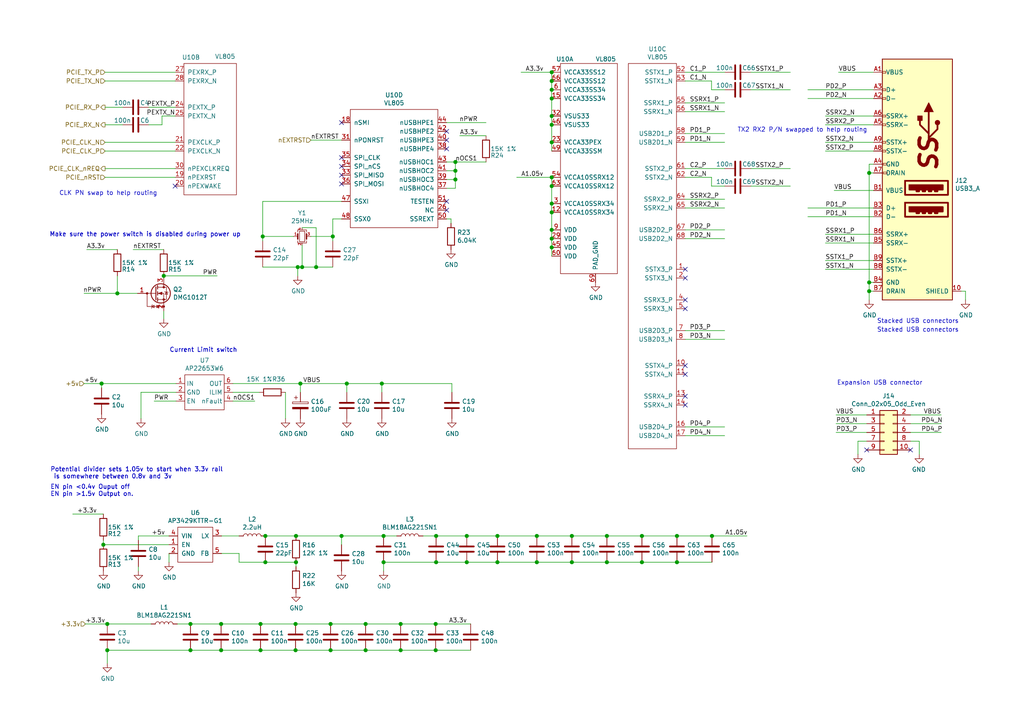
<source format=kicad_sch>
(kicad_sch (version 20211123) (generator eeschema)
  (paper "A4")
  (title_block (title "Compute Module 4 IO USB3 Board - PCIe USB3") (rev "1") (company "Copyright © 2020-2022 Raspberry Pi Ltd (formerly Raspberry Pi (Trading) Ltd.)") (comment 1 "www.raspberrypi.com"))
  (junction (at 160.02 33.655) (diameter 1.016))
  (junction (at 160.02 66.675) (diameter 1.016))
  (junction (at 95.885 188.595) (diameter 1.016))
  (junction (at 111.252 155.448) (diameter 1.016))
  (junction (at 55.245 180.975) (diameter 1.016))
  (junction (at 91.694 77.47) (diameter 1.016))
  (junction (at 160.02 26.035) (diameter 1.016))
  (junction (at 31.115 180.975) (diameter 1.016))
  (junction (at 252.095 81.915) (diameter 1.016))
  (junction (at 144.272 155.448) (diameter 1.016))
  (junction (at 126.492 155.448) (diameter 1.016))
  (junction (at 160.02 53.975) (diameter 1.016))
  (junction (at 132.08 46.99) (diameter 1.016))
  (junction (at 110.744 111.252) (diameter 1.016))
  (junction (at 29.972 157.988) (diameter 1.016))
  (junction (at 85.725 188.595) (diameter 1.016))
  (junction (at 100.584 111.252) (diameter 1.016))
  (junction (at 34.036 85.09) (diameter 1.016))
  (junction (at 160.02 41.275) (diameter 1.016))
  (junction (at 106.045 180.975) (diameter 1.016))
  (junction (at 126.492 163.068) (diameter 1.016))
  (junction (at 126.365 180.975) (diameter 1.016))
  (junction (at 176.022 163.068) (diameter 1.016))
  (junction (at 186.182 163.068) (diameter 1.016))
  (junction (at 160.02 61.595) (diameter 1.016))
  (junction (at 135.382 163.068) (diameter 1.016))
  (junction (at 99.06 155.448) (diameter 1.016))
  (junction (at 132.08 52.07) (diameter 1.016))
  (junction (at 160.02 69.215) (diameter 1.016))
  (junction (at 47.498 80.01) (diameter 1.016))
  (junction (at 160.02 71.755) (diameter 1.016))
  (junction (at 186.182 155.448) (diameter 1.016))
  (junction (at 87.63 77.47) (diameter 1.016))
  (junction (at 252.095 84.455) (diameter 1.016))
  (junction (at 111.252 163.068) (diameter 1.016))
  (junction (at 155.702 155.448) (diameter 1.016))
  (junction (at 160.02 51.435) (diameter 1.016))
  (junction (at 87.122 111.252) (diameter 1.016))
  (junction (at 64.135 180.975) (diameter 1.016))
  (junction (at 96.52 68.58) (diameter 1.016))
  (junction (at 196.342 155.448) (diameter 1.016))
  (junction (at 126.365 188.595) (diameter 1.016))
  (junction (at 160.02 59.055) (diameter 1.016))
  (junction (at 252.095 50.165) (diameter 1.016))
  (junction (at 64.135 188.595) (diameter 1.016))
  (junction (at 160.02 23.495) (diameter 1.016))
  (junction (at 160.02 28.575) (diameter 1.016))
  (junction (at 116.205 180.975) (diameter 1.016))
  (junction (at 165.862 155.448) (diameter 1.016))
  (junction (at 165.862 163.068) (diameter 1.016))
  (junction (at 31.115 188.595) (diameter 1.016))
  (junction (at 55.245 188.595) (diameter 1.016))
  (junction (at 76.962 163.068) (diameter 1.016))
  (junction (at 206.502 155.448) (diameter 1.016))
  (junction (at 144.272 163.068) (diameter 1.016))
  (junction (at 176.022 155.448) (diameter 1.016))
  (junction (at 160.02 20.955) (diameter 1.016))
  (junction (at 135.382 155.448) (diameter 1.016))
  (junction (at 85.852 155.448) (diameter 1.016))
  (junction (at 95.885 180.975) (diameter 1.016))
  (junction (at 85.852 163.068) (diameter 1.016))
  (junction (at 85.725 180.975) (diameter 1.016))
  (junction (at 76.962 155.448) (diameter 1.016))
  (junction (at 160.02 36.195) (diameter 1.016))
  (junction (at 155.702 163.068) (diameter 1.016))
  (junction (at 76.2 68.58) (diameter 1.016))
  (junction (at 86.36 77.47) (diameter 1.016))
  (junction (at 196.342 163.068) (diameter 1.016))
  (junction (at 116.205 188.595) (diameter 1.016))
  (junction (at 75.565 180.975) (diameter 1.016))
  (junction (at 132.08 49.53) (diameter 1.016))
  (junction (at 106.045 188.595) (diameter 1.016))
  (junction (at 75.565 188.595) (diameter 1.016))
  (junction (at 29.464 111.252) (diameter 1.016))
  (no_connect (at 99.06 50.8))
  (no_connect (at 99.06 45.72))
  (no_connect (at 198.755 89.535))
  (no_connect (at 198.755 86.995))
  (no_connect (at 129.54 40.64))
  (no_connect (at 198.755 114.935))
  (no_connect (at 251.3838 130.5052))
  (no_connect (at 99.06 35.56))
  (no_connect (at 99.06 48.26))
  (no_connect (at 129.54 43.18))
  (no_connect (at 129.54 60.96))
  (no_connect (at 198.755 80.645))
  (no_connect (at 198.755 117.475))
  (no_connect (at 129.54 38.1))
  (no_connect (at 50.8 53.975))
  (no_connect (at 198.755 106.045))
  (no_connect (at 198.755 78.105))
  (no_connect (at 264.0838 130.5052))
  (no_connect (at 99.06 53.34))
  (no_connect (at 198.755 108.585))
  (no_connect (at 129.54 58.42))
  (wire (pts (xy 47.498 90.17) (xy 47.498 92.456)))
  (wire (pts (xy 144.272 163.068) (xy 155.702 163.068)))
  (wire (pts (xy 239.395 41.275) (xy 253.365 41.275)))
  (wire (pts (xy 90.17 40.64) (xy 99.06 40.64)))
  (wire (pts (xy 160.02 20.955) (xy 160.02 23.495)))
  (wire (pts (xy 106.045 180.975) (xy 116.205 180.975)))
  (wire (pts (xy 21.082 149.098) (xy 29.972 149.098)))
  (wire (pts (xy 206.375 51.435) (xy 206.375 53.975)))
  (wire (pts (xy 122.682 155.448) (xy 126.492 155.448)))
  (wire (pts (xy 96.52 63.5) (xy 99.06 63.5)))
  (wire (pts (xy 198.755 51.435) (xy 206.375 51.435)))
  (wire (pts (xy 82.804 113.792) (xy 82.804 121.412)))
  (wire (pts (xy 217.805 20.955) (xy 229.235 20.955)))
  (wire (pts (xy 129.54 52.07) (xy 132.08 52.07)))
  (wire (pts (xy 239.395 33.655) (xy 253.365 33.655)))
  (wire (pts (xy 253.365 47.625) (xy 252.095 47.625)))
  (wire (pts (xy 278.765 84.455) (xy 280.035 84.455)))
  (wire (pts (xy 46.99 33.655) (xy 46.99 36.195)))
  (wire (pts (xy 24.384 85.09) (xy 34.036 85.09)))
  (wire (pts (xy 129.54 35.56) (xy 140.97 35.56)))
  (wire (pts (xy 30.48 43.815) (xy 50.8 43.815)))
  (wire (pts (xy 87.122 111.252) (xy 87.122 113.792)))
  (wire (pts (xy 198.755 48.895) (xy 210.185 48.895)))
  (wire (pts (xy 50.8 20.955) (xy 30.48 20.955)))
  (wire (pts (xy 217.805 26.035) (xy 229.235 26.035)))
  (wire (pts (xy 252.095 84.455) (xy 252.095 86.995)))
  (wire (pts (xy 272.9738 125.4252) (xy 264.0838 125.4252)))
  (wire (pts (xy 34.036 80.01) (xy 34.036 85.09)))
  (wire (pts (xy 234.315 28.575) (xy 253.365 28.575)))
  (wire (pts (xy 96.52 63.5) (xy 96.52 68.58)))
  (wire (pts (xy 111.252 163.068) (xy 126.492 163.068)))
  (wire (pts (xy 129.54 63.5) (xy 130.81 63.5)))
  (wire (pts (xy 160.02 28.575) (xy 160.02 33.655)))
  (wire (pts (xy 75.565 188.595) (xy 85.725 188.595)))
  (wire (pts (xy 186.182 155.448) (xy 196.342 155.448)))
  (wire (pts (xy 160.02 36.195) (xy 160.02 41.275)))
  (wire (pts (xy 242.4938 120.3452) (xy 251.3838 120.3452)))
  (wire (pts (xy 160.02 41.275) (xy 160.02 43.815)))
  (wire (pts (xy 34.036 85.09) (xy 39.878 85.09)))
  (wire (pts (xy 248.8438 127.9652) (xy 251.3838 127.9652)))
  (wire (pts (xy 87.63 66.04) (xy 91.694 66.04)))
  (wire (pts (xy 90.17 68.58) (xy 96.52 68.58)))
  (wire (pts (xy 132.08 54.61) (xy 132.08 52.07)))
  (wire (pts (xy 86.36 77.47) (xy 87.63 77.47)))
  (wire (pts (xy 129.54 54.61) (xy 132.08 54.61)))
  (wire (pts (xy 198.755 60.325) (xy 210.185 60.325)))
  (wire (pts (xy 243.205 20.955) (xy 253.365 20.955)))
  (wire (pts (xy 217.805 53.975) (xy 229.235 53.975)))
  (wire (pts (xy 30.48 36.195) (xy 35.56 36.195)))
  (wire (pts (xy 198.755 23.495) (xy 206.375 23.495)))
  (wire (pts (xy 253.365 50.165) (xy 252.095 50.165)))
  (wire (pts (xy 86.36 77.47) (xy 86.36 80.01)))
  (wire (pts (xy 131.064 113.792) (xy 131.064 111.252)))
  (wire (pts (xy 76.962 155.448) (xy 85.852 155.448)))
  (wire (pts (xy 100.584 113.792) (xy 100.584 111.252)))
  (wire (pts (xy 160.02 61.595) (xy 160.02 66.675)))
  (wire (pts (xy 126.365 188.595) (xy 136.525 188.595)))
  (wire (pts (xy 234.315 62.865) (xy 253.365 62.865)))
  (wire (pts (xy 87.63 71.12) (xy 87.63 77.47)))
  (wire (pts (xy 50.8 23.495) (xy 30.48 23.495)))
  (wire (pts (xy 99.06 157.988) (xy 99.06 155.448)))
  (wire (pts (xy 46.99 36.195) (xy 43.18 36.195)))
  (wire (pts (xy 24.384 111.252) (xy 29.464 111.252)))
  (wire (pts (xy 165.862 155.448) (xy 176.022 155.448)))
  (wire (pts (xy 252.095 47.625) (xy 252.095 50.165)))
  (wire (pts (xy 40.132 155.448) (xy 40.132 156.718)))
  (wire (pts (xy 206.375 23.495) (xy 206.375 26.035)))
  (wire (pts (xy 35.56 31.115) (xy 30.48 31.115)))
  (wire (pts (xy 67.564 113.792) (xy 75.184 113.792)))
  (wire (pts (xy 38.608 72.39) (xy 47.498 72.39)))
  (wire (pts (xy 29.464 112.522) (xy 29.464 111.252)))
  (wire (pts (xy 64.262 160.528) (xy 69.342 160.528)))
  (wire (pts (xy 252.095 50.165) (xy 252.095 81.915)))
  (wire (pts (xy 24.765 180.975) (xy 31.115 180.975)))
  (wire (pts (xy 116.205 188.595) (xy 126.365 188.595)))
  (wire (pts (xy 29.972 157.988) (xy 29.972 156.718)))
  (wire (pts (xy 44.704 116.332) (xy 51.054 116.332)))
  (wire (pts (xy 40.132 164.338) (xy 40.132 165.608)))
  (wire (pts (xy 130.81 63.5) (xy 130.81 64.77)))
  (wire (pts (xy 186.182 163.068) (xy 196.342 163.068)))
  (wire (pts (xy 132.08 46.99) (xy 140.97 46.99)))
  (wire (pts (xy 198.755 32.385) (xy 210.185 32.385)))
  (wire (pts (xy 85.725 188.595) (xy 95.885 188.595)))
  (wire (pts (xy 85.725 180.975) (xy 95.885 180.975)))
  (wire (pts (xy 133.35 39.37) (xy 140.97 39.37)))
  (wire (pts (xy 64.135 188.595) (xy 75.565 188.595)))
  (wire (pts (xy 87.63 77.47) (xy 91.694 77.47)))
  (wire (pts (xy 160.02 59.055) (xy 160.02 61.595)))
  (wire (pts (xy 198.755 95.885) (xy 210.185 95.885)))
  (wire (pts (xy 176.022 163.068) (xy 186.182 163.068)))
  (wire (pts (xy 132.08 49.53) (xy 132.08 46.99)))
  (wire (pts (xy 196.342 155.448) (xy 206.502 155.448)))
  (wire (pts (xy 31.115 188.595) (xy 55.245 188.595)))
  (wire (pts (xy 129.54 46.99) (xy 132.08 46.99)))
  (wire (pts (xy 55.245 188.595) (xy 64.135 188.595)))
  (wire (pts (xy 85.852 164.338) (xy 85.852 163.068)))
  (wire (pts (xy 198.755 41.275) (xy 210.185 41.275)))
  (wire (pts (xy 55.245 180.975) (xy 64.135 180.975)))
  (wire (pts (xy 198.755 38.735) (xy 210.185 38.735)))
  (wire (pts (xy 160.02 23.495) (xy 160.02 26.035)))
  (wire (pts (xy 67.564 111.252) (xy 87.122 111.252)))
  (wire (pts (xy 25.146 72.39) (xy 34.036 72.39)))
  (wire (pts (xy 50.8 31.115) (xy 43.18 31.115)))
  (wire (pts (xy 198.755 29.845) (xy 210.185 29.845)))
  (wire (pts (xy 30.48 51.435) (xy 50.8 51.435)))
  (wire (pts (xy 264.0838 127.9652) (xy 266.6238 127.9652)))
  (wire (pts (xy 40.894 113.792) (xy 40.894 121.412)))
  (wire (pts (xy 76.2 77.47) (xy 86.36 77.47)))
  (wire (pts (xy 31.115 180.975) (xy 43.815 180.975)))
  (wire (pts (xy 266.6238 127.9652) (xy 266.6238 131.7752)))
  (wire (pts (xy 217.805 48.895) (xy 229.235 48.895)))
  (wire (pts (xy 111.252 165.608) (xy 111.252 163.068)))
  (wire (pts (xy 40.132 155.448) (xy 49.022 155.448)))
  (wire (pts (xy 160.02 53.975) (xy 160.02 59.055)))
  (wire (pts (xy 50.8 33.655) (xy 46.99 33.655)))
  (wire (pts (xy 198.755 123.825) (xy 210.185 123.825)))
  (wire (pts (xy 198.755 98.425) (xy 210.185 98.425)))
  (wire (pts (xy 96.52 68.58) (xy 96.52 69.85)))
  (wire (pts (xy 64.262 155.448) (xy 69.342 155.448)))
  (wire (pts (xy 239.395 36.195) (xy 253.365 36.195)))
  (wire (pts (xy 76.2 69.85) (xy 76.2 68.58)))
  (wire (pts (xy 241.935 55.245) (xy 253.365 55.245)))
  (wire (pts (xy 67.564 116.332) (xy 73.914 116.332)))
  (wire (pts (xy 176.022 155.448) (xy 186.182 155.448)))
  (wire (pts (xy 91.694 66.04) (xy 91.694 77.47)))
  (wire (pts (xy 248.8438 127.9652) (xy 248.8438 131.7752)))
  (wire (pts (xy 132.08 52.07) (xy 132.08 49.53)))
  (wire (pts (xy 106.045 188.595) (xy 116.205 188.595)))
  (wire (pts (xy 116.205 180.975) (xy 126.365 180.975)))
  (wire (pts (xy 239.395 78.105) (xy 253.365 78.105)))
  (wire (pts (xy 30.48 48.895) (xy 50.8 48.895)))
  (wire (pts (xy 135.382 163.068) (xy 144.272 163.068)))
  (wire (pts (xy 196.342 163.068) (xy 206.502 163.068)))
  (wire (pts (xy 242.4938 122.8852) (xy 251.3838 122.8852)))
  (wire (pts (xy 31.115 192.405) (xy 31.115 188.595)))
  (wire (pts (xy 64.135 180.975) (xy 75.565 180.975)))
  (wire (pts (xy 30.48 41.275) (xy 50.8 41.275)))
  (wire (pts (xy 49.022 157.988) (xy 29.972 157.988)))
  (wire (pts (xy 76.2 58.42) (xy 99.06 58.42)))
  (wire (pts (xy 111.252 155.448) (xy 115.062 155.448)))
  (wire (pts (xy 76.962 163.068) (xy 85.852 163.068)))
  (wire (pts (xy 69.342 160.528) (xy 69.342 163.068)))
  (wire (pts (xy 144.272 155.448) (xy 155.702 155.448)))
  (wire (pts (xy 160.02 51.435) (xy 160.02 53.975)))
  (wire (pts (xy 198.755 20.955) (xy 210.185 20.955)))
  (wire (pts (xy 234.315 60.325) (xy 253.365 60.325)))
  (wire (pts (xy 29.464 111.252) (xy 51.054 111.252)))
  (wire (pts (xy 85.852 155.448) (xy 99.06 155.448)))
  (wire (pts (xy 165.862 163.068) (xy 176.022 163.068)))
  (wire (pts (xy 239.395 75.565) (xy 253.365 75.565)))
  (wire (pts (xy 198.755 57.785) (xy 210.185 57.785)))
  (wire (pts (xy 95.885 180.975) (xy 106.045 180.975)))
  (wire (pts (xy 198.755 126.365) (xy 210.185 126.365)))
  (wire (pts (xy 149.86 51.435) (xy 160.02 51.435)))
  (wire (pts (xy 155.702 163.068) (xy 165.862 163.068)))
  (wire (pts (xy 99.06 155.448) (xy 111.252 155.448)))
  (wire (pts (xy 75.565 180.975) (xy 85.725 180.975)))
  (wire (pts (xy 51.435 180.975) (xy 55.245 180.975)))
  (wire (pts (xy 110.744 111.252) (xy 110.744 113.792)))
  (wire (pts (xy 272.9738 122.8852) (xy 264.0838 122.8852)))
  (wire (pts (xy 206.375 26.035) (xy 210.185 26.035)))
  (wire (pts (xy 151.13 20.955) (xy 160.02 20.955)))
  (wire (pts (xy 239.395 43.815) (xy 253.365 43.815)))
  (wire (pts (xy 198.755 69.215) (xy 210.185 69.215)))
  (wire (pts (xy 160.02 66.675) (xy 160.02 69.215)))
  (wire (pts (xy 155.702 155.448) (xy 165.862 155.448)))
  (wire (pts (xy 160.02 26.035) (xy 160.02 28.575)))
  (wire (pts (xy 76.2 58.42) (xy 76.2 68.58)))
  (wire (pts (xy 126.492 163.068) (xy 135.382 163.068)))
  (wire (pts (xy 95.885 188.595) (xy 106.045 188.595)))
  (wire (pts (xy 253.365 84.455) (xy 252.095 84.455)))
  (wire (pts (xy 160.02 71.755) (xy 160.02 74.295)))
  (wire (pts (xy 280.035 84.455) (xy 280.035 86.995)))
  (wire (pts (xy 51.054 113.792) (xy 40.894 113.792)))
  (wire (pts (xy 206.375 53.975) (xy 210.185 53.975)))
  (wire (pts (xy 239.395 70.485) (xy 253.365 70.485)))
  (wire (pts (xy 253.365 81.915) (xy 252.095 81.915)))
  (wire (pts (xy 234.315 26.035) (xy 253.365 26.035)))
  (wire (pts (xy 76.2 68.58) (xy 85.09 68.58)))
  (wire (pts (xy 69.342 163.068) (xy 76.962 163.068)))
  (wire (pts (xy 160.02 33.655) (xy 160.02 36.195)))
  (wire (pts (xy 160.02 69.215) (xy 160.02 71.755)))
  (wire (pts (xy 47.498 80.01) (xy 62.992 80.01)))
  (wire (pts (xy 135.382 155.448) (xy 144.272 155.448)))
  (wire (pts (xy 129.54 49.53) (xy 132.08 49.53)))
  (wire (pts (xy 206.502 155.448) (xy 216.662 155.448)))
  (wire (pts (xy 272.9738 120.3452) (xy 264.0838 120.3452)))
  (wire (pts (xy 126.492 155.448) (xy 135.382 155.448)))
  (wire (pts (xy 242.4938 125.4252) (xy 251.3838 125.4252)))
  (wire (pts (xy 239.395 67.945) (xy 253.365 67.945)))
  (wire (pts (xy 91.694 77.47) (xy 96.52 77.47)))
  (wire (pts (xy 49.022 160.528) (xy 49.022 163.068)))
  (wire (pts (xy 198.755 66.675) (xy 210.185 66.675)))
  (wire (pts (xy 100.584 111.252) (xy 110.744 111.252)))
  (wire (pts (xy 110.744 111.252) (xy 131.064 111.252)))
  (wire (pts (xy 252.095 81.915) (xy 252.095 84.455)))
  (wire (pts (xy 126.365 180.975) (xy 136.525 180.975)))
  (wire (pts (xy 87.122 111.252) (xy 100.584 111.252)))
  (text "Potential divider sets 1.05v to start when 3.3v rail\n is somewhere between 0.8v and 3v " (at 14.605 139.065 0) (effects (font (size 1.27 1.27)) (justify left bottom)))
  (text "Current Limit switch" (at 68.834 102.362 180) (effects (font (size 1.27 1.27)) (justify right bottom)))
  (text "CLK PN swap to help routing" (at 45.6438 56.8706 180) (effects (font (size 1.27 1.27)) (justify right bottom)))
  (text "TX2 RX2 P/N swapped to help routing" (at 251.5616 38.5064 180) (effects (font (size 1.27 1.27)) (justify right bottom)))
  (text "Potential divider sets 1.05v to start when 3.3v rail\n is somewhere between 0.8v and 3v " (at 14.605 139.065 0) (effects (font (size 1.27 1.27)) (justify left bottom)))
  (text "Stacked USB connectors" (at 278.13 93.98 180) (effects (font (size 1.27 1.27)) (justify right bottom)))
  (text "Make sure the power switch is disabled during power up" (at 69.85 68.834 180) (effects (font (size 1.27 1.27)) (justify right bottom)))
  (text "EN pin <0.4v Ouput off\nEN pin >1.5v Output on. " (at 14.605 144.145 0) (effects (font (size 1.27 1.27)) (justify left bottom)))
  (text "Make sure the power switch is disabled during power up" (at 69.85 68.834 180) (effects (font (size 1.27 1.27)) (justify right bottom)))
  (text "Expansion USB connector" (at 267.6144 111.887 180) (effects (font (size 1.27 1.27)) (justify right bottom)))
  (text "EN pin <0.4v Ouput off\nEN pin >1.5v Output on. " (at 14.605 144.145 0) (effects (font (size 1.27 1.27)) (justify left bottom)))
  (text "Current Limit switch" (at 68.834 102.362 180) (effects (font (size 1.27 1.27)) (justify right bottom)))
  (text "Stacked USB connectors" (at 278.13 96.52 180) (effects (font (size 1.27 1.27)) (justify right bottom)))
  (label "A1.05v" (at 151.13 51.435 0))
  (label "SSTX2_P" (at 239.395 43.815 0))
  (label "SSRX2_N" (at 200.025 60.325 0))
  (label "SSTX1_N" (at 239.395 78.105 0))
  (label "SSRX1_P" (at 200.025 29.845 0))
  (label "VBUS" (at 87.884 111.252 0))
  (label "C1_N" (at 200.025 23.495 0))
  (label "VBUS" (at 243.205 20.955 0))
  (label "+3.3v" (at 22.352 149.098 0))
  (label "SSRX2_N" (at 239.395 33.655 0))
  (label "PEXTX_N" (at 50.8 33.655 180))
  (label "A3.3v" (at 133.35 39.37 0))
  (label "VBUS" (at 241.935 55.245 0))
  (label "C2_N" (at 200.025 51.435 0))
  (label "nEXTRST" (at 90.17 40.64 0))
  (label "PD3_P" (at 242.4938 125.4252 0))
  (label "PD3_N" (at 200.025 98.425 0))
  (label "PEXTX_P" (at 50.8 31.115 180))
  (label "PD4_P" (at 200.025 123.825 0))
  (label "A1.05v" (at 210.312 155.448 0))
  (label "C1_P" (at 200.025 20.955 0))
  (label "SSRX2_P" (at 200.025 57.785 0))
  (label "PD2_N" (at 200.025 69.215 0))
  (label "+3.3v" (at 24.765 180.975 0))
  (label "PD1_N" (at 200.025 41.275 0))
  (label "VBUS" (at 242.4938 120.3452 0))
  (label "SSTX1_P" (at 239.395 75.565 0))
  (label "SSTX1_N" (at 219.075 26.035 0))
  (label "C2_P" (at 200.025 48.895 0))
  (label "PWR" (at 62.992 80.01 180))
  (label "A3.3v" (at 25.146 72.39 0))
  (label "nOCS1" (at 67.564 116.332 0))
  (label "PD3_P" (at 200.025 95.885 0))
  (label "PD1_N" (at 239.395 62.865 0))
  (label "PD4_N" (at 200.025 126.365 0))
  (label "VBUS" (at 272.9738 120.3452 180))
  (label "PD2_P" (at 239.395 26.035 0))
  (label "PWR" (at 44.704 116.332 0))
  (label "SSTX1_P" (at 219.075 20.955 0))
  (label "SSTX2_P" (at 219.075 48.895 0))
  (label "PD1_P" (at 239.395 60.325 0))
  (label "SSTX2_N" (at 219.075 53.975 0))
  (label "nPWR" (at 138.557 35.56 180))
  (label "SSRX1_N" (at 239.395 70.485 0))
  (label "nOCS1" (at 132.08 46.99 0))
  (label "+5v" (at 24.384 111.252 0))
  (label "PD2_P" (at 200.025 66.675 0))
  (label "PD4_P" (at 267.1826 125.4252 0))
  (label "PD4_N" (at 267.1572 122.8852 0))
  (label "nPWR" (at 29.464 85.09 180))
  (label "A3.3v" (at 130.175 180.975 0))
  (label "SSTX2_N" (at 239.395 41.275 0))
  (label "PD3_N" (at 242.4938 122.8852 0))
  (label "A3.3v" (at 152.4 20.955 0))
  (label "+5v" (at 43.942 155.448 0))
  (label "SSRX1_N" (at 200.025 32.385 0))
  (label "PD2_N" (at 239.395 28.575 0))
  (label "SSRX2_P" (at 239.395 36.195 0))
  (label "SSRX1_P" (at 239.395 67.945 0))
  (label "nEXTRST" (at 38.608 72.39 0))
  (label "PD1_P" (at 200.025 38.735 0))
  (hierarchical_label "PCIE_RX_N" (shape output) (at 30.48 36.195 180))
  (hierarchical_label "+3.3v" (shape input) (at 24.765 180.975 180))
  (hierarchical_label "nEXTRST" (shape input) (at 90.17 40.64 180))
  (hierarchical_label "PCIE_CLK_N" (shape input) (at 30.48 41.275 180))
  (hierarchical_label "+5v" (shape input) (at 24.384 111.252 180))
  (hierarchical_label "PCIE_TX_P" (shape input) (at 30.48 20.955 180))
  (hierarchical_label "PCIE_CLK_nREQ" (shape output) (at 30.48 48.895 180))
  (hierarchical_label "PCIE_RX_P" (shape output) (at 30.48 31.115 180))
  (hierarchical_label "PCIE_TX_N" (shape input) (at 30.48 23.495 180))
  (hierarchical_label "PCIE_nRST" (shape input) (at 30.48 51.435 180))
  (hierarchical_label "PCIE_CLK_P" (shape input) (at 30.48 43.815 180))
  (symbol (lib_id "Device:C") (at 110.744 117.602 0) (unit 1)
    (property "Reference" "C17" (at 113.665 116.4336 0) (effects (justify left)))
    (property "Value" "10u" (at 113.665 118.745 0) (effects (justify left)))
    (property "Footprint" "Capacitor_SMD:C_0805_2012Metric" (effects hide))
    (property "Datasheet" "https://search.murata.co.jp/Ceramy/image/img/A01X/G101/ENG/GRM21BR71A106KA73-01.pdf" (effects hide))
    (property "Field5" "490-14381-1-ND" (effects hide))
    (property "Field4" "Digikey" (effects hide))
    (property "Field6" "GRM21BR71A106KA73L" (effects hide))
    (property "Field7" "Murata" (effects hide))
    (property "Part Description" "	10uF 10% 10V Ceramic Capacitor X7R 0805 (2012 Metric)" (effects hide))
    (property "Field8" "111893011" (effects hide))
  )
  (symbol (lib_id "power:GND") (at 110.744 121.412 0) (unit 1)
    (property "Reference" "#PWR0153" (effects hide))
    (property "Value" "GND" (at 110.871 125.8062 0))
  )
  (symbol (lib_id "Device:C") (at 95.885 184.785 0) (unit 1)
    (property "Reference" "C26" (at 98.806 183.6166 0) (effects (justify left)))
    (property "Value" "100n" (at 98.806 185.928 0) (effects (justify left)))
    (property "Footprint" "Capacitor_SMD:C_0402_1005Metric" (effects hide))
    (property "Datasheet" "https://search.murata.co.jp/Ceramy/image/img/A01X/G101/ENG/GRM155R71C104KA88-01.pdf" (effects hide))
    (property "Field4" "Farnell" (effects hide))
    (property "Field5" "2611911" (effects hide))
    (property "Field6" "RM EMK105 B7104KV-F" (effects hide))
    (property "Field7" "TAIYO YUDEN EUROPE GMBH" (effects hide))
    (property "Field8" "110091611" (effects hide))
    (property "Part Description" "	0.1uF 10% 16V Ceramic Capacitor X7R 0402 (1005 Metric)" (effects hide))
  )
  (symbol (lib_id "power:GND") (at 252.095 86.995 0) (unit 1)
    (property "Reference" "#PWR0142" (effects hide))
    (property "Value" "GND" (at 252.222 91.3892 0))
  )
  (symbol (lib_id "Device:C") (at 85.725 184.785 0) (unit 1)
    (property "Reference" "C25" (at 88.646 183.6166 0) (effects (justify left)))
    (property "Value" "100n" (at 88.646 185.928 0) (effects (justify left)))
    (property "Footprint" "Capacitor_SMD:C_0402_1005Metric" (effects hide))
    (property "Datasheet" "https://search.murata.co.jp/Ceramy/image/img/A01X/G101/ENG/GRM155R71C104KA88-01.pdf" (effects hide))
    (property "Field4" "Farnell" (effects hide))
    (property "Field5" "2611911" (effects hide))
    (property "Field6" "RM EMK105 B7104KV-F" (effects hide))
    (property "Field7" "TAIYO YUDEN EUROPE GMBH" (effects hide))
    (property "Field8" "110091611" (effects hide))
    (property "Part Description" "	0.1uF 10% 16V Ceramic Capacitor X7R 0402 (1005 Metric)" (effects hide))
  )
  (symbol (lib_id "Device:R") (at 78.994 113.792 90) (unit 1)
    (property "Reference" "R36" (at 82.804 109.982 90) (effects (justify left)))
    (property "Value" "15K 1%" (at 78.994 109.982 90) (effects (justify left)))
    (property "Footprint" "Resistor_SMD:R_0402_1005Metric" (effects hide))
    (property "Datasheet" "https://fscdn.rohm.com/en/products/databook/datasheet/passive/resistor/chip_resistor/mcr-e.pdf" (effects hide))
    (property "Field4" "Farnell" (effects hide))
    (property "Field5" "9239375" (effects hide))
    (property "Field6" "MCR01MZPF1502" (effects hide))
    (property "Field7" "Rohm" (effects hide))
    (property "Part Description" "Resistor 15K M1005 1% 63mW" (effects hide))
    (property "Field8" "120891581" (effects hide))
  )
  (symbol (lib_id "power:GND") (at 266.6238 131.7752 0) (mirror y) (unit 1)
    (property "Reference" "#PWR0123" (effects hide))
    (property "Value" "GND" (at 266.4968 136.1694 0))
  )
  (symbol (lib_id "Device:C") (at 39.37 31.115 270) (unit 1)
    (property "Reference" "C4" (at 40.64 29.845 90) (effects (justify left)))
    (property "Value" "100n" (at 33.02 29.845 90) (effects (justify left)))
    (property "Footprint" "Capacitor_SMD:C_0402_1005Metric" (effects hide))
    (property "Datasheet" "https://search.murata.co.jp/Ceramy/image/img/A01X/G101/ENG/GRM155R71C104KA88-01.pdf" (effects hide))
    (property "Field4" "Farnell" (effects hide))
    (property "Field5" "2611911" (effects hide))
    (property "Field6" "RM EMK105 B7104KV-F" (effects hide))
    (property "Field7" "TAIYO YUDEN EUROPE GMBH" (effects hide))
    (property "Field8" "110091611" (effects hide))
    (property "Part Description" "	0.1uF 10% 16V Ceramic Capacitor X7R 0402 (1005 Metric)" (effects hide))
  )
  (symbol (lib_id "Transistor_FET:DMG1012T") (at 44.958 85.09 0) (unit 1)
    (property "Reference" "Q2" (at 50.1651 83.9406 0) (effects (justify left)))
    (property "Value" "DMG1012T" (at 50.1651 86.2393 0) (effects (justify left)))
    (property "Footprint" "Package_TO_SOT_SMD:SOT-523" (effects hide))
    (property "Datasheet" "https://www.diodes.com/assets/Datasheets/ds31783.pdf" (effects hide))
    (property "Field6" "DMG1012T" (effects hide))
    (property "Field7" "Diodes" (effects hide))
  )
  (symbol (lib_id "Device:C") (at 40.132 160.528 0) (unit 1)
    (property "Reference" "C8" (at 43.053 159.3596 0) (effects (justify left)))
    (property "Value" "10u" (at 43.053 161.671 0) (effects (justify left)))
    (property "Footprint" "Capacitor_SMD:C_0805_2012Metric" (effects hide))
    (property "Datasheet" "https://search.murata.co.jp/Ceramy/image/img/A01X/G101/ENG/GRM21BR71A106KA73-01.pdf" (effects hide))
    (property "Field4" "Digikey" (effects hide))
    (property "Field5" "490-14381-1-ND" (effects hide))
    (property "Field6" "GRM21BR71A106KA73L" (effects hide))
    (property "Field7" "Murata" (effects hide))
    (property "Field8" "111893011" (effects hide))
    (property "Part Description" "	10uF 10% 10V Ceramic Capacitor X7R 0805 (2012 Metric)" (effects hide))
  )
  (symbol (lib_id "Device:C") (at 136.525 184.785 0) (unit 1)
    (property "Reference" "C48" (at 139.446 183.6166 0) (effects (justify left)))
    (property "Value" "100n" (at 139.446 185.928 0) (effects (justify left)))
    (property "Footprint" "Capacitor_SMD:C_0402_1005Metric" (effects hide))
    (property "Datasheet" "https://search.murata.co.jp/Ceramy/image/img/A01X/G101/ENG/GRM155R71C104KA88-01.pdf" (effects hide))
    (property "Field4" "Farnell" (effects hide))
    (property "Field5" "2611911" (effects hide))
    (property "Field6" "RM EMK105 B7104KV-F" (effects hide))
    (property "Field7" "TAIYO YUDEN EUROPE GMBH" (effects hide))
    (property "Field8" "110091611" (effects hide))
    (property "Part Description" "	0.1uF 10% 16V Ceramic Capacitor X7R 0402 (1005 Metric)" (effects hide))
  )
  (symbol (lib_id "Device:R") (at 29.972 152.908 0) (unit 1)
    (property "Reference" "R12" (at 31.242 154.813 0) (effects (justify left)))
    (property "Value" "15K 1%" (at 31.242 152.908 0) (effects (justify left)))
    (property "Footprint" "Resistor_SMD:R_0402_1005Metric" (effects hide))
    (property "Datasheet" "https://fscdn.rohm.com/en/products/databook/datasheet/passive/resistor/chip_resistor/mcr-e.pdf" (effects hide))
    (property "Field4" "Farnell" (effects hide))
    (property "Field5" "9239375" (effects hide))
    (property "Field6" "MCR01MZPF1502" (effects hide))
    (property "Field7" "Rohm" (effects hide))
    (property "Part Description" "Resistor 15K M1005 1% 63mW" (effects hide))
    (property "Field8" "120891581" (effects hide))
  )
  (symbol (lib_id "Connector_Generic:Conn_02x05_Odd_Even") (at 256.4638 125.4252 0) (unit 1)
    (property "Reference" "J14" (at 257.7336 114.8338 0))
    (property "Value" "Conn_02x05_Odd_Even" (at 257.7338 117.1448 0))
    (property "Footprint" "Connector_PinHeader_2.54mm:PinHeader_2x05_P2.54mm_Vertical" (effects hide))
    (property "Datasheet" "https://www.toby.co.uk/uploads/publications/1673.pdf" (effects hide))
    (property "Field4" "Toby" (effects hide))
    (property "Field5" "THD-05-R" (effects hide))
    (property "Field6" "THD-05-R" (effects hide))
    (property "Field7" "Toby" (effects hide))
    (property "Part Description" "PinHeader_2x05_P2.54mm_Vertical" (effects hide))
  )
  (symbol (lib_id "Device:C") (at 155.702 159.258 0) (unit 1)
    (property "Reference" "C53" (at 158.623 158.0896 0) (effects (justify left)))
    (property "Value" "100n" (at 158.623 160.401 0) (effects (justify left)))
    (property "Footprint" "Capacitor_SMD:C_0402_1005Metric" (effects hide))
    (property "Datasheet" "https://search.murata.co.jp/Ceramy/image/img/A01X/G101/ENG/GRM155R71C104KA88-01.pdf" (effects hide))
    (property "Field4" "Farnell" (effects hide))
    (property "Field5" "2611911" (effects hide))
    (property "Field6" "RM EMK105 B7104KV-F" (effects hide))
    (property "Field7" "TAIYO YUDEN EUROPE GMBH" (effects hide))
    (property "Field8" "110091611" (effects hide))
    (property "Part Description" "	0.1uF 10% 16V Ceramic Capacitor X7R 0402 (1005 Metric)" (effects hide))
  )
  (symbol (lib_id "Device:C") (at 213.995 26.035 270) (unit 1)
    (property "Reference" "C67" (at 215.265 24.765 90) (effects (justify left)))
    (property "Value" "100n" (at 207.645 24.765 90) (effects (justify left)))
    (property "Footprint" "Capacitor_SMD:C_0402_1005Metric" (effects hide))
    (property "Datasheet" "https://search.murata.co.jp/Ceramy/image/img/A01X/G101/ENG/GRM155R71C104KA88-01.pdf" (effects hide))
    (property "Field4" "Farnell" (effects hide))
    (property "Field5" "2611911" (effects hide))
    (property "Field6" "RM EMK105 B7104KV-F" (effects hide))
    (property "Field7" "TAIYO YUDEN EUROPE GMBH" (effects hide))
    (property "Field8" "110091611" (effects hide))
    (property "Part Description" "	0.1uF 10% 16V Ceramic Capacitor X7R 0402 (1005 Metric)" (effects hide))
  )
  (symbol (lib_id "Device:C") (at 55.245 184.785 0) (unit 1)
    (property "Reference" "C9" (at 58.166 183.6166 0) (effects (justify left)))
    (property "Value" "10u" (at 58.166 185.928 0) (effects (justify left)))
    (property "Footprint" "Capacitor_SMD:C_0805_2012Metric" (effects hide))
    (property "Datasheet" "https://search.murata.co.jp/Ceramy/image/img/A01X/G101/ENG/GRM21BR71A106KA73-01.pdf" (effects hide))
    (property "Field4" "Digikey" (effects hide))
    (property "Field5" "490-14381-1-ND" (effects hide))
    (property "Field6" "GRM21BR71A106KA73L" (effects hide))
    (property "Field7" "Murata" (effects hide))
    (property "Field8" "111893011" (effects hide))
    (property "Part Description" "	10uF 10% 10V Ceramic Capacitor X7R 0805 (2012 Metric)" (effects hide))
  )
  (symbol (lib_id "power:GND") (at 85.852 171.958 0) (unit 1)
    (property "Reference" "#PWR0124" (effects hide))
    (property "Value" "GND" (at 85.979 176.3522 0))
  )
  (symbol (lib_id "Device:C") (at 131.064 117.602 0) (unit 1)
    (property "Reference" "C19" (at 133.985 116.4336 0) (effects (justify left)))
    (property "Value" "10u" (at 133.985 118.745 0) (effects (justify left)))
    (property "Footprint" "Capacitor_SMD:C_0805_2012Metric" (effects hide))
    (property "Datasheet" "https://search.murata.co.jp/Ceramy/image/img/A01X/G101/ENG/GRM21BR71A106KA73-01.pdf" (effects hide))
    (property "Field5" "490-14381-1-ND" (effects hide))
    (property "Field4" "Digikey" (effects hide))
    (property "Field6" "GRM21BR71A106KA73L" (effects hide))
    (property "Field7" "Murata" (effects hide))
    (property "Part Description" "	10uF 10% 10V Ceramic Capacitor X7R 0805 (2012 Metric)" (effects hide))
    (property "Field8" "111893011" (effects hide))
  )
  (symbol (lib_id "power:GND") (at 47.498 92.456 0) (unit 1)
    (property "Reference" "#PWR08" (effects hide))
    (property "Value" "GND" (at 47.625 96.8502 0))
  )
  (symbol (lib_id "Device:C") (at 76.962 159.258 0) (unit 1)
    (property "Reference" "C15" (at 79.883 158.0896 0) (effects (justify left)))
    (property "Value" "22pF" (at 79.883 160.401 0) (effects (justify left)))
    (property "Footprint" "Capacitor_SMD:C_0402_1005Metric" (effects hide))
  )
  (symbol (lib_id "CM4IO:AP2553W6") (at 59.944 113.792 0) (unit 1)
    (property "Reference" "U7" (at 59.309 104.521 0))
    (property "Value" "AP22653W6" (at 59.309 106.8324 0))
    (property "Footprint" "Package_TO_SOT_SMD:SOT-23-6" (effects hide))
    (property "Datasheet" "https://www.diodes.com/assets/Datasheets/AP255x.pdf" (effects hide))
    (property "Field4" "Digikey" (effects hide))
    (property "Field5" "	31-AP22653W6-7CT-ND" (effects hide))
    (property "Field6" "AP22653W6" (effects hide))
    (property "Field7" "Diodes" (effects hide))
    (property "Part Description" "	Power Switch/Driver 1:1 P-Channel 2.1A SOT-23-6" (effects hide))
  )
  (symbol (lib_id "Device:R") (at 34.036 76.2 0) (unit 1)
    (property "Reference" "R14" (at 35.306 78.105 0) (effects (justify left)))
    (property "Value" "15K 1%" (at 35.306 76.2 0) (effects (justify left)))
    (property "Footprint" "Resistor_SMD:R_0402_1005Metric" (effects hide))
    (property "Datasheet" "https://fscdn.rohm.com/en/products/databook/datasheet/passive/resistor/chip_resistor/mcr-e.pdf" (effects hide))
    (property "Field4" "Farnell" (effects hide))
    (property "Field5" "9239375" (effects hide))
    (property "Field6" "MCR01MZPF1502" (effects hide))
    (property "Field7" "Rohm" (effects hide))
    (property "Part Description" "Resistor 15K M1005 1% 63mW" (effects hide))
    (property "Field8" "120891581" (effects hide))
  )
  (symbol (lib_id "CM4:VL805") (at 191.135 92.075 0) (unit 3)
    (property "Reference" "U10" (at 190.7032 14.224 0))
    (property "Value" "VL805" (at 190.7032 16.5354 0))
    (property "Footprint" "Package_DFN_QFN:QFN-68-1EP_8x8mm_P0.4mm_EP5.2x5.2mm_ThermalVias" (effects hide))
    (property "Field6" "VL805" (effects hide))
    (property "Field7" "VIA" (effects hide))
  )
  (symbol (lib_id "Device:CP") (at 87.122 117.602 0) (unit 1)
    (property "Reference" "C16" (at 90.1192 116.459 0) (effects (justify left)))
    (property "Value" "100uF" (at 90.1192 118.745 0) (effects (justify left)))
    (property "Footprint" "Capacitor_Tantalum_SMD:CP_EIA-7343-31_Kemet-D" (effects hide))
    (property "Field4" "Mouser" (effects hide))
    (property "Field5" "667-EEF-CX0J101R" (effects hide))
    (property "Part Description" "Capacitor, SP-Cap, 100u, 6.3V, 15mR ESR" (effects hide))
  )
  (symbol (lib_id "Device:C") (at 213.995 48.895 270) (unit 1)
    (property "Reference" "C68" (at 215.265 47.625 90) (effects (justify left)))
    (property "Value" "100n" (at 207.645 47.625 90) (effects (justify left)))
    (property "Footprint" "Capacitor_SMD:C_0402_1005Metric" (effects hide))
    (property "Datasheet" "https://search.murata.co.jp/Ceramy/image/img/A01X/G101/ENG/GRM155R71C104KA88-01.pdf" (effects hide))
    (property "Field4" "Farnell" (effects hide))
    (property "Field5" "2611911" (effects hide))
    (property "Field6" "RM EMK105 B7104KV-F" (effects hide))
    (property "Field7" "TAIYO YUDEN EUROPE GMBH" (effects hide))
    (property "Field8" "110091611" (effects hide))
    (property "Part Description" "	0.1uF 10% 16V Ceramic Capacitor X7R 0402 (1005 Metric)" (effects hide))
  )
  (symbol (lib_id "Device:C") (at 111.252 159.258 0) (unit 1)
    (property "Reference" "C31" (at 114.173 158.0896 0) (effects (justify left)))
    (property "Value" "100n" (at 114.173 160.401 0) (effects (justify left)))
    (property "Footprint" "Capacitor_SMD:C_0402_1005Metric" (effects hide))
    (property "Datasheet" "https://search.murata.co.jp/Ceramy/image/img/A01X/G101/ENG/GRM155R71C104KA88-01.pdf" (effects hide))
    (property "Field4" "Farnell" (effects hide))
    (property "Field5" "2611911" (effects hide))
    (property "Field6" "RM EMK105 B7104KV-F" (effects hide))
    (property "Field7" "TAIYO YUDEN EUROPE GMBH" (effects hide))
    (property "Field8" "110091611" (effects hide))
    (property "Part Description" "	0.1uF 10% 16V Ceramic Capacitor X7R 0402 (1005 Metric)" (effects hide))
  )
  (symbol (lib_id "Device:C") (at 76.2 73.66 0) (unit 1)
    (property "Reference" "C14" (at 79.121 72.4916 0) (effects (justify left)))
    (property "Value" "22pF" (at 79.121 74.803 0) (effects (justify left)))
    (property "Footprint" "Capacitor_SMD:C_0402_1005Metric" (effects hide))
  )
  (symbol (lib_id "power:GND") (at 280.035 86.995 0) (unit 1)
    (property "Reference" "#PWR025" (effects hide))
    (property "Value" "GND" (at 280.162 91.3892 0))
  )
  (symbol (lib_id "power:GND") (at 111.252 165.608 0) (unit 1)
    (property "Reference" "#PWR015" (effects hide))
    (property "Value" "GND" (at 111.379 170.0022 0))
  )
  (symbol (lib_id "power:GND") (at 248.8438 131.7752 0) (unit 1)
    (property "Reference" "#PWR0117" (effects hide))
    (property "Value" "GND" (at 248.9708 136.1694 0))
  )
  (symbol (lib_id "Device:C") (at 213.995 20.955 270) (unit 1)
    (property "Reference" "C66" (at 215.265 19.685 90) (effects (justify left)))
    (property "Value" "100n" (at 207.645 19.685 90) (effects (justify left)))
    (property "Footprint" "Capacitor_SMD:C_0402_1005Metric" (effects hide))
    (property "Datasheet" "https://search.murata.co.jp/Ceramy/image/img/A01X/G101/ENG/GRM155R71C104KA88-01.pdf" (effects hide))
    (property "Field4" "Farnell" (effects hide))
    (property "Field5" "2611911" (effects hide))
    (property "Field6" "RM EMK105 B7104KV-F" (effects hide))
    (property "Field7" "TAIYO YUDEN EUROPE GMBH" (effects hide))
    (property "Field8" "110091611" (effects hide))
    (property "Part Description" "	0.1uF 10% 16V Ceramic Capacitor X7R 0402 (1005 Metric)" (effects hide))
  )
  (symbol (lib_id "Device:C") (at 135.382 159.258 0) (unit 1)
    (property "Reference" "C45" (at 138.303 158.0896 0) (effects (justify left)))
    (property "Value" "10u" (at 138.303 160.401 0) (effects (justify left)))
    (property "Footprint" "Capacitor_SMD:C_0805_2012Metric" (effects hide))
    (property "Datasheet" "https://search.murata.co.jp/Ceramy/image/img/A01X/G101/ENG/GRM21BR71A106KA73-01.pdf" (effects hide))
    (property "Field4" "Digikey" (effects hide))
    (property "Field5" "490-14381-1-ND" (effects hide))
    (property "Field6" "GRM21BR71A106KA73L" (effects hide))
    (property "Field7" "Murata" (effects hide))
    (property "Field8" "111893011" (effects hide))
    (property "Part Description" "	10uF 10% 10V Ceramic Capacitor X7R 0805 (2012 Metric)" (effects hide))
  )
  (symbol (lib_id "power:GND") (at 99.06 165.608 0) (unit 1)
    (property "Reference" "#PWR012" (effects hide))
    (property "Value" "GND" (at 99.187 170.0022 0))
  )
  (symbol (lib_id "Device:L") (at 47.625 180.975 90) (unit 1)
    (property "Reference" "L1" (at 47.625 176.149 90))
    (property "Value" "BLM18AG221SN1" (at 47.625 178.4604 90))
    (property "Footprint" "Inductor_SMD:L_0603_1608Metric" (effects hide))
    (property "Field6" "BLM18PG221SN1D" (effects hide))
    (property "Field7" "Murata" (effects hide))
    (property "Part Description" "Ferrite Bead, M1608, 220R@100MHz, 100mR, 1.4A" (effects hide))
  )
  (symbol (lib_id "power:GND") (at 29.972 165.608 0) (unit 1)
    (property "Reference" "#PWR04" (effects hide))
    (property "Value" "GND" (at 30.099 170.0022 0))
  )
  (symbol (lib_id "Device:C") (at 64.135 184.785 0) (unit 1)
    (property "Reference" "C10" (at 67.056 183.6166 0) (effects (justify left)))
    (property "Value" "100n" (at 67.056 185.928 0) (effects (justify left)))
    (property "Footprint" "Capacitor_SMD:C_0402_1005Metric" (effects hide))
    (property "Datasheet" "https://search.murata.co.jp/Ceramy/image/img/A01X/G101/ENG/GRM155R71C104KA88-01.pdf" (effects hide))
    (property "Field4" "Farnell" (effects hide))
    (property "Field5" "2611911" (effects hide))
    (property "Field6" "RM EMK105 B7104KV-F" (effects hide))
    (property "Field7" "TAIYO YUDEN EUROPE GMBH" (effects hide))
    (property "Field8" "110091611" (effects hide))
    (property "Part Description" "	0.1uF 10% 16V Ceramic Capacitor X7R 0402 (1005 Metric)" (effects hide))
  )
  (symbol (lib_id "Device:C") (at 213.995 53.975 270) (unit 1)
    (property "Reference" "C69" (at 215.265 52.705 90) (effects (justify left)))
    (property "Value" "100n" (at 207.645 52.705 90) (effects (justify left)))
    (property "Footprint" "Capacitor_SMD:C_0402_1005Metric" (effects hide))
    (property "Datasheet" "https://search.murata.co.jp/Ceramy/image/img/A01X/G101/ENG/GRM155R71C104KA88-01.pdf" (effects hide))
    (property "Field4" "Farnell" (effects hide))
    (property "Field5" "2611911" (effects hide))
    (property "Field6" "RM EMK105 B7104KV-F" (effects hide))
    (property "Field7" "TAIYO YUDEN EUROPE GMBH" (effects hide))
    (property "Field8" "110091611" (effects hide))
    (property "Part Description" "	0.1uF 10% 16V Ceramic Capacitor X7R 0402 (1005 Metric)" (effects hide))
  )
  (symbol (lib_id "Device:C") (at 106.045 184.785 0) (unit 1)
    (property "Reference" "C30" (at 108.966 183.6166 0) (effects (justify left)))
    (property "Value" "100n" (at 108.966 185.928 0) (effects (justify left)))
    (property "Footprint" "Capacitor_SMD:C_0402_1005Metric" (effects hide))
    (property "Datasheet" "https://search.murata.co.jp/Ceramy/image/img/A01X/G101/ENG/GRM155R71C104KA88-01.pdf" (effects hide))
    (property "Field4" "Farnell" (effects hide))
    (property "Field5" "2611911" (effects hide))
    (property "Field6" "RM EMK105 B7104KV-F" (effects hide))
    (property "Field7" "TAIYO YUDEN EUROPE GMBH" (effects hide))
    (property "Field8" "110091611" (effects hide))
    (property "Part Description" "	0.1uF 10% 16V Ceramic Capacitor X7R 0402 (1005 Metric)" (effects hide))
  )
  (symbol (lib_id "power:GND") (at 82.804 121.412 0) (unit 1)
    (property "Reference" "#PWR0150" (effects hide))
    (property "Value" "GND" (at 82.931 125.8062 0))
  )
  (symbol (lib_id "Device:R") (at 130.81 68.58 0) (unit 1)
    (property "Reference" "R23" (at 132.588 67.4116 0) (effects (justify left)))
    (property "Value" "6.04K" (at 132.588 69.723 0) (effects (justify left)))
    (property "Footprint" "Resistor_SMD:R_0402_1005Metric" (effects hide))
    (property "Datasheet" "https://fscdn.rohm.com/en/products/databook/datasheet/passive/resistor/chip_resistor/mcr-e.pdf" (effects hide))
    (property "Field4" "Farnell" (effects hide))
    (property "Field6" "MCR01MZPF6041" (effects hide))
    (property "Field7" "Rohm" (effects hide))
    (property "Part Description" "Resistor 6.04K M1005 1% 63mW" (effects hide))
  )
  (symbol (lib_id "Device:R") (at 85.852 159.258 0) (unit 1)
    (property "Reference" "R16" (at 87.63 158.0896 0) (effects (justify left)))
    (property "Value" "12K 1%" (at 87.63 160.401 0) (effects (justify left)))
    (property "Footprint" "Resistor_SMD:R_0402_1005Metric" (effects hide))
    (property "Datasheet" "https://fscdn.rohm.com/en/products/databook/datasheet/passive/resistor/chip_resistor/mcr-e.pdf" (effects hide))
    (property "Field4" "Farnell" (effects hide))
    (property "Field5" "9239367" (effects hide))
    (property "Field7" "Rohm" (effects hide))
    (property "Field6" "MCR01MZPF1202" (effects hide))
    (property "Part Description" "Resistor 12K M1005 1% 63mW" (effects hide))
  )
  (symbol (lib_id "Device:R") (at 140.97 43.18 0) (unit 1)
    (property "Reference" "R24" (at 142.24 45.085 0) (effects (justify left)))
    (property "Value" "15K 1%" (at 142.24 43.18 0) (effects (justify left)))
    (property "Footprint" "Resistor_SMD:R_0402_1005Metric" (effects hide))
    (property "Datasheet" "https://fscdn.rohm.com/en/products/databook/datasheet/passive/resistor/chip_resistor/mcr-e.pdf" (effects hide))
    (property "Field4" "Farnell" (effects hide))
    (property "Field5" "9239375" (effects hide))
    (property "Field6" "MCR01MZPF1502" (effects hide))
    (property "Field7" "Rohm" (effects hide))
    (property "Part Description" "Resistor 15K M1005 1% 63mW" (effects hide))
    (property "Field8" "120891581" (effects hide))
  )
  (symbol (lib_id "Device:R") (at 47.498 76.2 0) (unit 1)
    (property "Reference" "R15" (at 48.768 78.105 0) (effects (justify left)))
    (property "Value" "15K 1%" (at 48.768 76.2 0) (effects (justify left)))
    (property "Footprint" "Resistor_SMD:R_0402_1005Metric" (effects hide))
    (property "Datasheet" "https://fscdn.rohm.com/en/products/databook/datasheet/passive/resistor/chip_resistor/mcr-e.pdf" (effects hide))
    (property "Field4" "Farnell" (effects hide))
    (property "Field5" "9239375" (effects hide))
    (property "Field6" "MCR01MZPF1502" (effects hide))
    (property "Field7" "Rohm" (effects hide))
    (property "Part Description" "Resistor 15K M1005 1% 63mW" (effects hide))
    (property "Field8" "120891581" (effects hide))
  )
  (symbol (lib_id "Device:C") (at 31.115 184.785 0) (unit 1)
    (property "Reference" "C3" (at 34.036 183.6166 0) (effects (justify left)))
    (property "Value" "10u" (at 34.036 185.928 0) (effects (justify left)))
    (property "Footprint" "Capacitor_SMD:C_0805_2012Metric" (effects hide))
    (property "Datasheet" "https://search.murata.co.jp/Ceramy/image/img/A01X/G101/ENG/GRM21BR71A106KA73-01.pdf" (effects hide))
    (property "Field4" "Digikey" (effects hide))
    (property "Field5" "490-14381-1-ND" (effects hide))
    (property "Field6" "GRM21BR71A106KA73L" (effects hide))
    (property "Field7" "Murata" (effects hide))
    (property "Field8" "111893011" (effects hide))
    (property "Part Description" "	10uF 10% 10V Ceramic Capacitor X7R 0805 (2012 Metric)" (effects hide))
  )
  (symbol (lib_id "CM4:AP3429KTTR-G1") (at 56.642 163.068 0) (unit 1)
    (property "Reference" "U6" (at 56.642 148.717 0))
    (property "Value" "AP3429KTTR-G1" (at 56.642 151.0284 0))
    (property "Footprint" "Package_TO_SOT_SMD:TSOT-23-5" (effects hide))
    (property "Datasheet" "https://www.diodes.com/assets/Datasheets/AP3429.pdf" (effects hide))
    (property "Field6" "AP3429KTTR-G1" (effects hide))
    (property "Field7" "Diodes" (effects hide))
  )
  (symbol (lib_id "power:GND") (at 100.584 121.412 0) (unit 1)
    (property "Reference" "#PWR0152" (effects hide))
    (property "Value" "GND" (at 100.711 125.8062 0))
  )
  (symbol (lib_id "Device:C") (at 116.205 184.785 0) (unit 1)
    (property "Reference" "C32" (at 119.126 183.6166 0) (effects (justify left)))
    (property "Value" "100n" (at 119.126 185.928 0) (effects (justify left)))
    (property "Footprint" "Capacitor_SMD:C_0402_1005Metric" (effects hide))
    (property "Datasheet" "https://search.murata.co.jp/Ceramy/image/img/A01X/G101/ENG/GRM155R71C104KA88-01.pdf" (effects hide))
    (property "Field4" "Farnell" (effects hide))
    (property "Field5" "2611911" (effects hide))
    (property "Field6" "RM EMK105 B7104KV-F" (effects hide))
    (property "Field7" "TAIYO YUDEN EUROPE GMBH" (effects hide))
    (property "Field8" "110091611" (effects hide))
    (property "Part Description" "	0.1uF 10% 16V Ceramic Capacitor X7R 0402 (1005 Metric)" (effects hide))
  )
  (symbol (lib_id "power:GND") (at 29.464 120.142 0) (unit 1)
    (property "Reference" "#PWR0149" (effects hide))
    (property "Value" "GND" (at 29.591 124.5362 0))
  )
  (symbol (lib_id "power:GND") (at 172.72 81.915 0) (unit 1)
    (property "Reference" "#PWR0139" (effects hide))
    (property "Value" "GND" (at 172.847 86.3092 0))
  )
  (symbol (lib_id "Device:C") (at 196.342 159.258 0) (unit 1)
    (property "Reference" "C63" (at 199.263 158.0896 0) (effects (justify left)))
    (property "Value" "100n" (at 199.263 160.401 0) (effects (justify left)))
    (property "Footprint" "Capacitor_SMD:C_0402_1005Metric" (effects hide))
    (property "Datasheet" "https://search.murata.co.jp/Ceramy/image/img/A01X/G101/ENG/GRM155R71C104KA88-01.pdf" (effects hide))
    (property "Field4" "Farnell" (effects hide))
    (property "Field5" "2611911" (effects hide))
    (property "Field6" "RM EMK105 B7104KV-F" (effects hide))
    (property "Field7" "TAIYO YUDEN EUROPE GMBH" (effects hide))
    (property "Field8" "110091611" (effects hide))
    (property "Part Description" "	0.1uF 10% 16V Ceramic Capacitor X7R 0402 (1005 Metric)" (effects hide))
  )
  (symbol (lib_id "Device:C") (at 100.584 117.602 0) (unit 1)
    (property "Reference" "C20" (at 103.505 116.4336 0) (effects (justify left)))
    (property "Value" "10u" (at 103.505 118.745 0) (effects (justify left)))
    (property "Footprint" "Capacitor_SMD:C_0805_2012Metric" (effects hide))
    (property "Datasheet" "https://search.murata.co.jp/Ceramy/image/img/A01X/G101/ENG/GRM21BR71A106KA73-01.pdf" (effects hide))
    (property "Field5" "490-14381-1-ND" (effects hide))
    (property "Field4" "Digikey" (effects hide))
    (property "Field6" "GRM21BR71A106KA73L" (effects hide))
    (property "Field7" "Murata" (effects hide))
    (property "Part Description" "	10uF 10% 10V Ceramic Capacitor X7R 0805 (2012 Metric)" (effects hide))
    (property "Field8" "111893011" (effects hide))
  )
  (symbol (lib_id "CM4:VL805") (at 162.56 47.625 0) (unit 1)
    (property "Reference" "U10" (at 161.29 17.145 0) (effects (justify left)))
    (property "Value" "VL805" (at 172.72 17.145 0) (effects (justify left)))
    (property "Footprint" "Package_DFN_QFN:QFN-68-1EP_8x8mm_P0.4mm_EP5.2x5.2mm_ThermalVias" (effects hide))
    (property "Field6" "VL805" (effects hide))
    (property "Field7" "VIA" (effects hide))
  )
  (symbol (lib_id "Device:C") (at 186.182 159.258 0) (unit 1)
    (property "Reference" "C56" (at 189.103 158.0896 0) (effects (justify left)))
    (property "Value" "100n" (at 189.103 160.401 0) (effects (justify left)))
    (property "Footprint" "Capacitor_SMD:C_0402_1005Metric" (effects hide))
    (property "Datasheet" "https://search.murata.co.jp/Ceramy/image/img/A01X/G101/ENG/GRM155R71C104KA88-01.pdf" (effects hide))
    (property "Field4" "Farnell" (effects hide))
    (property "Field5" "2611911" (effects hide))
    (property "Field6" "RM EMK105 B7104KV-F" (effects hide))
    (property "Field7" "TAIYO YUDEN EUROPE GMBH" (effects hide))
    (property "Field8" "110091611" (effects hide))
    (property "Part Description" "	0.1uF 10% 16V Ceramic Capacitor X7R 0402 (1005 Metric)" (effects hide))
  )
  (symbol (lib_id "Device:C") (at 96.52 73.66 0) (unit 1)
    (property "Reference" "C27" (at 99.441 72.4916 0) (effects (justify left)))
    (property "Value" "22pF" (at 99.441 74.803 0) (effects (justify left)))
    (property "Footprint" "Capacitor_SMD:C_0402_1005Metric" (effects hide))
  )
  (symbol (lib_id "power:GND") (at 87.122 121.412 0) (unit 1)
    (property "Reference" "#PWR01" (effects hide))
    (property "Value" "GND" (at 87.249 125.8062 0))
  )
  (symbol (lib_id "CM4:VL805") (at 59.69 37.465 0) (unit 2)
    (property "Reference" "U10" (at 52.7812 16.6116 0) (effects (justify left)))
    (property "Value" "VL805" (at 62.3062 16.383 0) (effects (justify left)))
    (property "Footprint" "Package_DFN_QFN:QFN-68-1EP_8x8mm_P0.4mm_EP5.2x5.2mm_ThermalVias" (effects hide))
    (property "Field6" "VL805" (effects hide))
    (property "Field7" "VIA" (effects hide))
  )
  (symbol (lib_id "CM4:VL805") (at 116.84 57.15 0) (unit 4)
    (property "Reference" "U10" (at 114.3 27.559 0))
    (property "Value" "VL805" (at 114.3 29.8704 0))
    (property "Footprint" "Package_DFN_QFN:QFN-68-1EP_8x8mm_P0.4mm_EP5.2x5.2mm_ThermalVias" (effects hide))
    (property "Field6" "VL805" (effects hide))
    (property "Field7" "VIA" (effects hide))
  )
  (symbol (lib_id "Device:C") (at 75.565 184.785 0) (unit 1)
    (property "Reference" "C11" (at 78.486 183.6166 0) (effects (justify left)))
    (property "Value" "100n" (at 78.486 185.928 0) (effects (justify left)))
    (property "Footprint" "Capacitor_SMD:C_0402_1005Metric" (effects hide))
    (property "Datasheet" "https://search.murata.co.jp/Ceramy/image/img/A01X/G101/ENG/GRM155R71C104KA88-01.pdf" (effects hide))
    (property "Field4" "Farnell" (effects hide))
    (property "Field5" "2611911" (effects hide))
    (property "Field6" "RM EMK105 B7104KV-F" (effects hide))
    (property "Field7" "TAIYO YUDEN EUROPE GMBH" (effects hide))
    (property "Field8" "110091611" (effects hide))
    (property "Part Description" "	0.1uF 10% 16V Ceramic Capacitor X7R 0402 (1005 Metric)" (effects hide))
  )
  (symbol (lib_id "Device:R") (at 85.852 168.148 0) (unit 1)
    (property "Reference" "R22" (at 87.63 166.9796 0) (effects (justify left)))
    (property "Value" "16K" (at 87.63 169.291 0) (effects (justify left)))
    (property "Footprint" "Resistor_SMD:R_0402_1005Metric" (effects hide))
    (property "Datasheet" "https://fscdn.rohm.com/en/products/databook/datasheet/passive/resistor/chip_resistor/mcr-e.pdf" (effects hide))
    (property "Field4" "Farnell" (effects hide))
    (property "Field6" "MCR01MZPF1602" (effects hide))
    (property "Field7" "Rohm" (effects hide))
    (property "Part Description" "Resistor 16K M1005 1% 63mW" (effects hide))
  )
  (symbol (lib_id "Device:C") (at 206.502 159.258 0) (unit 1)
    (property "Reference" "C65" (at 209.423 158.0896 0) (effects (justify left)))
    (property "Value" "100n" (at 209.423 160.401 0) (effects (justify left)))
    (property "Footprint" "Capacitor_SMD:C_0402_1005Metric" (effects hide))
    (property "Datasheet" "https://search.murata.co.jp/Ceramy/image/img/A01X/G101/ENG/GRM155R71C104KA88-01.pdf" (effects hide))
    (property "Field4" "Farnell" (effects hide))
    (property "Field5" "2611911" (effects hide))
    (property "Field6" "RM EMK105 B7104KV-F" (effects hide))
    (property "Field7" "TAIYO YUDEN EUROPE GMBH" (effects hide))
    (property "Field8" "110091611" (effects hide))
    (property "Part Description" "	0.1uF 10% 16V Ceramic Capacitor X7R 0402 (1005 Metric)" (effects hide))
  )
  (symbol (lib_id "power:GND") (at 130.81 72.39 0) (unit 1)
    (property "Reference" "#PWR016" (effects hide))
    (property "Value" "GND" (at 130.937 76.7842 0))
  )
  (symbol (lib_id "Device:C") (at 126.365 184.785 0) (unit 1)
    (property "Reference" "C33" (at 129.286 183.6166 0) (effects (justify left)))
    (property "Value" "100n" (at 129.286 185.928 0) (effects (justify left)))
    (property "Footprint" "Capacitor_SMD:C_0402_1005Metric" (effects hide))
    (property "Datasheet" "https://search.murata.co.jp/Ceramy/image/img/A01X/G101/ENG/GRM155R71C104KA88-01.pdf" (effects hide))
    (property "Field4" "Farnell" (effects hide))
    (property "Field5" "2611911" (effects hide))
    (property "Field6" "RM EMK105 B7104KV-F" (effects hide))
    (property "Field7" "TAIYO YUDEN EUROPE GMBH" (effects hide))
    (property "Field8" "110091611" (effects hide))
    (property "Part Description" "	0.1uF 10% 16V Ceramic Capacitor X7R 0402 (1005 Metric)" (effects hide))
  )
  (symbol (lib_id "Device:R") (at 29.972 161.798 0) (unit 1)
    (property "Reference" "R13" (at 31.242 163.703 0) (effects (justify left)))
    (property "Value" "15K 1%" (at 31.242 161.798 0) (effects (justify left)))
    (property "Footprint" "Resistor_SMD:R_0402_1005Metric" (effects hide))
    (property "Datasheet" "https://fscdn.rohm.com/en/products/databook/datasheet/passive/resistor/chip_resistor/mcr-e.pdf" (effects hide))
    (property "Field4" "Farnell" (effects hide))
    (property "Field5" "9239375" (effects hide))
    (property "Field6" "MCR01MZPF1502" (effects hide))
    (property "Field7" "Rohm" (effects hide))
    (property "Part Description" "Resistor 15K M1005 1% 63mW" (effects hide))
    (property "Field8" "120891581" (effects hide))
  )
  (symbol (lib_id "Device:C") (at 99.06 161.798 0) (unit 1)
    (property "Reference" "C28" (at 101.981 160.6296 0) (effects (justify left)))
    (property "Value" "10u" (at 101.981 162.941 0) (effects (justify left)))
    (property "Footprint" "Capacitor_SMD:C_0805_2012Metric" (effects hide))
    (property "Datasheet" "https://search.murata.co.jp/Ceramy/image/img/A01X/G101/ENG/GRM21BR71A106KA73-01.pdf" (effects hide))
    (property "Field4" "Digikey" (effects hide))
    (property "Field5" "490-14381-1-ND" (effects hide))
    (property "Field6" "GRM21BR71A106KA73L" (effects hide))
    (property "Field7" "Murata" (effects hide))
    (property "Field8" "111893011" (effects hide))
    (property "Part Description" "	10uF 10% 10V Ceramic Capacitor X7R 0805 (2012 Metric)" (effects hide))
  )
  (symbol (lib_id "power:GND") (at 86.36 80.01 0) (unit 1)
    (property "Reference" "#PWR0140" (effects hide))
    (property "Value" "GND" (at 86.487 84.4042 0))
  )
  (symbol (lib_id "power:GND") (at 49.022 163.068 0) (unit 1)
    (property "Reference" "#PWR0126" (effects hide))
    (property "Value" "GND" (at 49.149 167.4622 0))
  )
  (symbol (lib_id "power:GND") (at 40.132 165.608 0) (unit 1)
    (property "Reference" "#PWR0121" (effects hide))
    (property "Value" "GND" (at 40.259 170.0022 0))
  )
  (symbol (lib_id "Device:C") (at 144.272 159.258 0) (unit 1)
    (property "Reference" "C50" (at 147.193 158.0896 0) (effects (justify left)))
    (property "Value" "100n" (at 147.193 160.401 0) (effects (justify left)))
    (property "Footprint" "Capacitor_SMD:C_0402_1005Metric" (effects hide))
    (property "Datasheet" "https://search.murata.co.jp/Ceramy/image/img/A01X/G101/ENG/GRM155R71C104KA88-01.pdf" (effects hide))
    (property "Field4" "Farnell" (effects hide))
    (property "Field5" "2611911" (effects hide))
    (property "Field6" "RM EMK105 B7104KV-F" (effects hide))
    (property "Field7" "TAIYO YUDEN EUROPE GMBH" (effects hide))
    (property "Field8" "110091611" (effects hide))
    (property "Part Description" "	0.1uF 10% 16V Ceramic Capacitor X7R 0402 (1005 Metric)" (effects hide))
  )
  (symbol (lib_id "Device:Crystal_GND24_Small") (at 87.63 68.58 0) (unit 1)
    (property "Reference" "Y1" (at 87.63 61.7728 0))
    (property "Value" "25MHz" (at 87.63 64.0842 0))
    (property "Footprint" "Crystal:Crystal_SMD_SeikoEpson_FA238-4Pin_3.2x2.5mm" (effects hide))
    (property "Field6" "X25M000000S305" (effects hide))
    (property "Field7" "AEL" (effects hide))
    (property "Part Description" "Crystal 25MHz 3.2x2.5mm 30ppm 50R 14pF load  " (effects hide))
  )
  (symbol (lib_id "power:GND") (at 131.064 121.412 0) (unit 1)
    (property "Reference" "#PWR0127" (effects hide))
    (property "Value" "GND" (at 131.191 125.8062 0))
  )
  (symbol (lib_id "power:GND") (at 40.894 121.412 0) (unit 1)
    (property "Reference" "#PWR0148" (effects hide))
    (property "Value" "GND" (at 41.021 125.8062 0))
  )
  (symbol (lib_id "Device:L") (at 73.152 155.448 90) (unit 1)
    (property "Reference" "L2" (at 73.152 150.622 90))
    (property "Value" "2.2uH" (at 73.152 152.9334 90))
    (property "Footprint" "Inductor_SMD:L_1008_2520Metric" (effects hide))
    (property "Datasheet" "https://www.bourns.com/data/global/pdfs/SRN2512.pdf" (effects hide))
    (property "Field6" "SRN2512-2R2M" (effects hide))
    (property "Field7" "Bourns" (effects hide))
    (property "Part Description" "Inductor, SMT, 2520, 2u2, IRMS=2.3A, ISAT=2.7A, DCR=0.102R" (effects hide))
  )
  (symbol (lib_id "CM4:USB3_A") (at 264.795 47.625 0) (unit 1)
    (property "Reference" "J12" (at 276.987 52.3494 0) (effects (justify left)))
    (property "Value" "USB3_A" (at 276.987 54.6608 0) (effects (justify left)))
    (property "Footprint" "CM4IO:MTCONN_UBAF30-D2011" (effects hide))
    (property "Field6" "UBAF30-D2011" (effects hide))
    (property "Field7" "Mtconn" (effects hide))
  )
  (symbol (lib_id "Device:C") (at 165.862 159.258 0) (unit 1)
    (property "Reference" "C54" (at 168.783 158.0896 0) (effects (justify left)))
    (property "Value" "100n" (at 168.783 160.401 0) (effects (justify left)))
    (property "Footprint" "Capacitor_SMD:C_0402_1005Metric" (effects hide))
    (property "Datasheet" "https://search.murata.co.jp/Ceramy/image/img/A01X/G101/ENG/GRM155R71C104KA88-01.pdf" (effects hide))
    (property "Field4" "Farnell" (effects hide))
    (property "Field5" "2611911" (effects hide))
    (property "Field6" "RM EMK105 B7104KV-F" (effects hide))
    (property "Field7" "TAIYO YUDEN EUROPE GMBH" (effects hide))
    (property "Field8" "110091611" (effects hide))
    (property "Part Description" "	0.1uF 10% 16V Ceramic Capacitor X7R 0402 (1005 Metric)" (effects hide))
  )
  (symbol (lib_id "Device:C") (at 126.492 159.258 0) (unit 1)
    (property "Reference" "C44" (at 129.413 158.0896 0) (effects (justify left)))
    (property "Value" "10u" (at 129.413 160.401 0) (effects (justify left)))
    (property "Footprint" "Capacitor_SMD:C_0805_2012Metric" (effects hide))
    (property "Datasheet" "https://search.murata.co.jp/Ceramy/image/img/A01X/G101/ENG/GRM21BR71A106KA73-01.pdf" (effects hide))
    (property "Field4" "Digikey" (effects hide))
    (property "Field5" "490-14381-1-ND" (effects hide))
    (property "Field6" "GRM21BR71A106KA73L" (effects hide))
    (property "Field7" "Murata" (effects hide))
    (property "Field8" "111893011" (effects hide))
    (property "Part Description" "	10uF 10% 10V Ceramic Capacitor X7R 0805 (2012 Metric)" (effects hide))
  )
  (symbol (lib_id "Device:C") (at 39.37 36.195 270) (unit 1)
    (property "Reference" "C6" (at 40.64 34.925 90) (effects (justify left)))
    (property "Value" "100n" (at 33.02 34.925 90) (effects (justify left)))
    (property "Footprint" "Capacitor_SMD:C_0402_1005Metric" (effects hide))
    (property "Datasheet" "https://search.murata.co.jp/Ceramy/image/img/A01X/G101/ENG/GRM155R71C104KA88-01.pdf" (effects hide))
    (property "Field4" "Farnell" (effects hide))
    (property "Field5" "2611911" (effects hide))
    (property "Field6" "RM EMK105 B7104KV-F" (effects hide))
    (property "Field7" "TAIYO YUDEN EUROPE GMBH" (effects hide))
    (property "Field8" "110091611" (effects hide))
    (property "Part Description" "	0.1uF 10% 16V Ceramic Capacitor X7R 0402 (1005 Metric)" (effects hide))
  )
  (symbol (lib_id "Device:C") (at 29.464 116.332 0) (unit 1)
    (property "Reference" "C2" (at 32.385 115.1636 0) (effects (justify left)))
    (property "Value" "10u" (at 32.385 117.475 0) (effects (justify left)))
    (property "Footprint" "Capacitor_SMD:C_0805_2012Metric" (effects hide))
    (property "Datasheet" "https://search.murata.co.jp/Ceramy/image/img/A01X/G101/ENG/GRM21BR71A106KA73-01.pdf" (effects hide))
    (property "Field5" "490-14381-1-ND" (effects hide))
    (property "Field4" "Digikey" (effects hide))
    (property "Field6" "GRM21BR71A106KA73L" (effects hide))
    (property "Field7" "Murata" (effects hide))
    (property "Part Description" "	10uF 10% 10V Ceramic Capacitor X7R 0805 (2012 Metric)" (effects hide))
    (property "Field8" "111893011" (effects hide))
  )
  (symbol (lib_id "power:GND") (at 31.115 192.405 0) (unit 1)
    (property "Reference" "#PWR0116" (effects hide))
    (property "Value" "GND" (at 31.242 196.7992 0))
  )
  (symbol (lib_id "Device:L") (at 118.872 155.448 90) (unit 1)
    (property "Reference" "L3" (at 118.872 150.622 90))
    (property "Value" "BLM18AG221SN1" (at 118.872 152.9334 90))
    (property "Footprint" "Inductor_SMD:L_0603_1608Metric" (effects hide))
    (property "Field6" "BLM18PG221SN1D" (effects hide))
    (property "Field7" "Murata" (effects hide))
    (property "Part Description" "Ferrite Bead, M1608, 220R@100MHz, 100mR, 1.4A" (effects hide))
  )
  (symbol (lib_id "Device:C") (at 176.022 159.258 0) (unit 1)
    (property "Reference" "C55" (at 178.943 158.0896 0) (effects (justify left)))
    (property "Value" "100n" (at 178.943 160.401 0) (effects (justify left)))
    (property "Footprint" "Capacitor_SMD:C_0402_1005Metric" (effects hide))
    (property "Datasheet" "https://search.murata.co.jp/Ceramy/image/img/A01X/G101/ENG/GRM155R71C104KA88-01.pdf" (effects hide))
    (property "Field4" "Farnell" (effects hide))
    (property "Field5" "2611911" (effects hide))
    (property "Field6" "RM EMK105 B7104KV-F" (effects hide))
    (property "Field7" "TAIYO YUDEN EUROPE GMBH" (effects hide))
    (property "Field8" "110091611" (effects hide))
    (property "Part Description" "	0.1uF 10% 16V Ceramic Capacitor X7R 0402 (1005 Metric)" (effects hide))
  )
)
</source>
